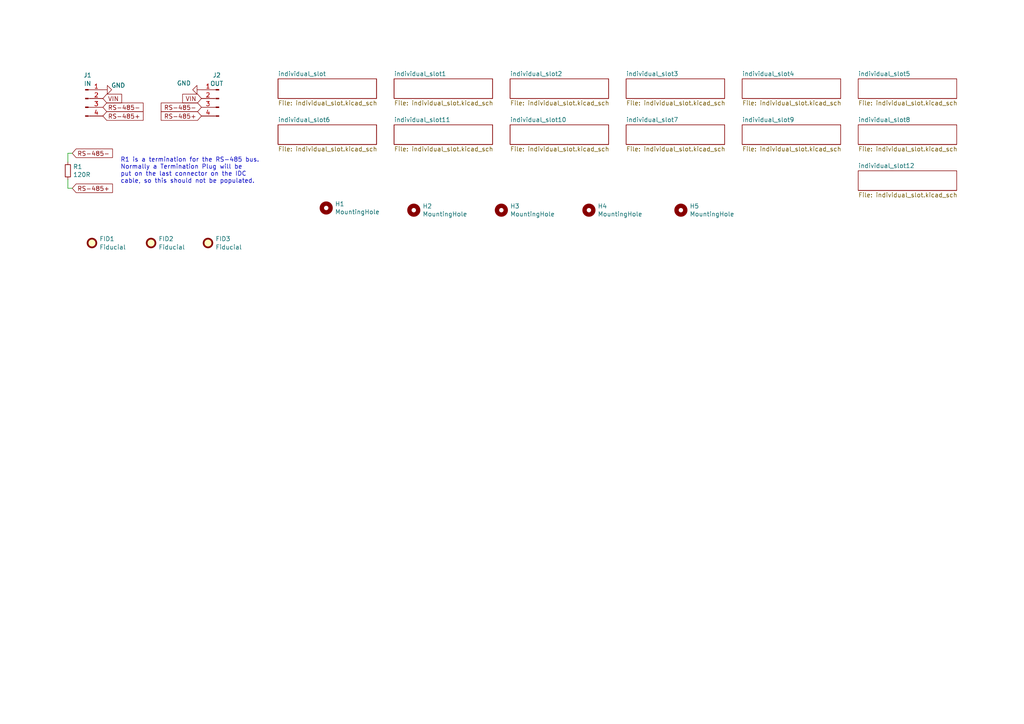
<source format=kicad_sch>
(kicad_sch (version 20230121) (generator eeschema)
  (paper "A4")
  (lib_symbols
    (symbol "Connector:Conn_01x04_Pin" (pin_names (offset 1.016) hide)
      (property "Reference" "J" (at 0 5.08 0))
      (property "Value" "Conn_01x04_Pin" (at 0 -7.62 0))
      (symbol "Conn_01x04_Pin_1_1"
        (polyline (pts (xy 1.27 -5.08) (xy 0.8636 -5.08)) (stroke (width 0.1524)))
        (polyline (pts (xy 1.27 -2.54) (xy 0.8636 -2.54)) (stroke (width 0.1524)))
        (polyline (pts (xy 1.27 0) (xy 0.8636 0)) (stroke (width 0.1524)))
        (polyline (pts (xy 1.27 2.54) (xy 0.8636 2.54)) (stroke (width 0.1524)))
        (rectangle (start 0.8636 -4.953) (end 0 -5.207) (stroke (width 0.1524)) (fill (type outline)))
        (rectangle (start 0.8636 -2.413) (end 0 -2.667) (stroke (width 0.1524)) (fill (type outline)))
        (rectangle (start 0.8636 0.127) (end 0 -0.127) (stroke (width 0.1524)) (fill (type outline)))
        (rectangle (start 0.8636 2.667) (end 0 2.413) (stroke (width 0.1524)) (fill (type outline)))
        (pin passive line (at 5.08 2.54 180) (length 3.81) (name "Pin_1") (number "1"))
        (pin passive line (at 5.08 0 180) (length 3.81) (name "Pin_2") (number "2"))
        (pin passive line (at 5.08 -2.54 180) (length 3.81) (name "Pin_3") (number "3"))
        (pin passive line (at 5.08 -5.08 180) (length 3.81) (name "Pin_4") (number "4"))
      )
    )
    (symbol "Device:R_Small" (pin_numbers hide) (pin_names (offset 0.254) hide)
      (property "Reference" "R" (at 0.762 0.508 0))
      (property "Value" "R_Small" (at 0.762 -1.016 0))
      (symbol "R_Small_0_1"
        (rectangle (start -0.762 1.778) (end 0.762 -1.778) (stroke (width 0.2032)))
      )
      (symbol "R_Small_1_1"
        (pin passive line (at 0 2.54 270) (length 0.762) (name "~") (number "1"))
        (pin passive line (at 0 -2.54 90) (length 0.762) (name "~") (number "2"))
      )
    )
    (symbol "Mechanical:Fiducial"
      (property "Reference" "FID" (at 0 5.08 0))
      (property "Value" "Fiducial" (at 0 3.175 0))
      (symbol "Fiducial_0_1"
        (circle (center 0 0) (radius 1.27) (stroke (width 0.508)) (fill (type background)))
      )
    )
    (symbol "Mechanical:MountingHole" (pin_names (offset 1.016))
      (property "Reference" "H" (at 0 5.08 0))
      (property "Value" "MountingHole" (at 0 3.175 0))
      (symbol "MountingHole_0_1"
        (circle (center 0 0) (radius 1.27) (stroke (width 1.27)))
      )
    )
    (symbol "power:GND" (power) (pin_names (offset 0))
      (property "Value" "GND" (at 0 -3.81 0))
      (symbol "GND_0_1"
        (polyline (pts (xy 0 0) (xy 0 -1.27) (xy 1.27 -1.27) (xy 0 -2.54) (xy -1.27 -1.27) (xy 0 -1.27)))
      )
      (symbol "GND_1_1"
        (pin power_in line (at 0 0 270) (length 0) hide (name "GND") (number "1"))
      )
    )
  )
  (wire (pts (xy 19.685 54.61) (xy 20.955 54.61)))
  (wire (pts (xy 19.685 52.07) (xy 19.685 54.61)))
  (wire (pts (xy 20.955 44.45) (xy 19.685 44.45)))
  (wire (pts (xy 19.685 44.45) (xy 19.685 46.99)))
  (text "R1 is a termination for the RS-485 bus.\nNormally a Termination Plug will be \nput on the last connector on the IDC\ncable, so this should not be populated." (at 34.925 53.34 0) (effects (font (size 1.27 1.27)) (justify left bottom)))
  (global_label "RS-485-" (shape input) (at 20.955 44.45 0) (property "Intersheetrefs" "${INTERSHEET_REFS}" (effects hide)))
  (global_label "RS-485-" (shape input) (at 58.42 31.115 180) (property "Intersheetrefs" "${INTERSHEET_REFS}" (effects hide)))
  (global_label "RS-485+" (shape input) (at 58.42 33.655 180) (property "Intersheetrefs" "${INTERSHEET_REFS}" (effects hide)))
  (global_label "VIN" (shape input) (at 29.845 28.575 0) (property "Intersheetrefs" "${INTERSHEET_REFS}" (effects hide)))
  (global_label "VIN" (shape input) (at 58.42 28.575 180) (property "Intersheetrefs" "${INTERSHEET_REFS}" (effects hide)))
  (global_label "RS-485+" (shape input) (at 20.955 54.61 0) (property "Intersheetrefs" "${INTERSHEET_REFS}" (effects hide)))
  (global_label "RS-485+" (shape input) (at 29.845 33.655 0) (property "Intersheetrefs" "${INTERSHEET_REFS}" (effects hide)))
  (global_label "RS-485-" (shape input) (at 29.845 31.115 0) (property "Intersheetrefs" "${INTERSHEET_REFS}" (effects hide)))
  (symbol (lib_id "Mechanical:MountingHole") (at 94.615 60.325 0) (unit 1)
    (property "Reference" "H1" (at 97.155 59.1566 0) (effects (justify left)))
    (property "Value" "MountingHole" (at 97.155 61.468 0) (effects (justify left)))
    (property "Footprint" "MountingHole:MountingHole_3.2mm_M3" (effects hide))
  )
  (symbol (lib_id "Device:R_Small") (at 19.685 49.53 0) (unit 1)
    (property "Reference" "R1" (at 21.1836 48.3616 0) (effects (justify left)))
    (property "Value" "120R" (at 21.1836 50.673 0) (effects (justify left)))
    (property "Footprint" "Resistor_SMD:R_0805_2012Metric" (effects hide))
    (property "JLCPCB" "C17437" (effects hide))
    (property "LCSC" "C61683" (effects hide))
    (property "Digikey" "RMCF0805JT120RCT-ND" (effects hide))
    (property "Mouser" "652-CR0805FX-1200ELF" (effects hide))
  )
  (symbol (lib_id "power:GND") (at 58.42 26.035 270) (unit 1)
    (property "Reference" "#PWR02" (effects hide))
    (property "Value" "GND" (at 53.34 24.13 90))
  )
  (symbol (lib_id "power:GND") (at 29.845 26.035 90) (unit 1)
    (property "Reference" "#PWR01" (effects hide))
    (property "Value" "GND" (at 34.29 24.765 90))
  )
  (symbol (lib_id "Connector:Conn_01x04_Pin") (at 24.765 28.575 0) (unit 1)
    (property "Reference" "J1" (at 25.4 21.8145 0))
    (property "Value" "IN" (at 25.4 24.2387 0))
    (property "Footprint" "Connector_JST:JST_PH_B4B-PH-SM4-TB_1x04-1MP_P2.00mm_Vertical" (effects hide))
  )
  (symbol (lib_id "Mechanical:MountingHole") (at 145.415 60.96 0) (unit 1)
    (property "Reference" "H3" (at 147.955 59.7916 0) (effects (justify left)))
    (property "Value" "MountingHole" (at 147.955 62.103 0) (effects (justify left)))
    (property "Footprint" "MountingHole:MountingHole_3.2mm_M3" (effects hide))
  )
  (symbol (lib_id "Mechanical:MountingHole") (at 197.485 60.96 0) (unit 1)
    (property "Reference" "H5" (at 200.025 59.7916 0) (effects (justify left)))
    (property "Value" "MountingHole" (at 200.025 62.103 0) (effects (justify left)))
    (property "Footprint" "MountingHole:MountingHole_3.2mm_M3" (effects hide))
  )
  (symbol (lib_id "Mechanical:Fiducial") (at 43.815 70.485 0) (unit 1)
    (property "Reference" "FID2" (at 45.974 69.2729 0) (effects (justify left)))
    (property "Value" "Fiducial" (at 45.974 71.6971 0) (effects (justify left)))
    (property "Footprint" "Fiducial:Fiducial_1mm_Mask2mm" (effects hide))
  )
  (symbol (lib_id "Mechanical:Fiducial") (at 26.67 70.485 0) (unit 1)
    (property "Reference" "FID1" (at 28.829 69.2729 0) (effects (justify left)))
    (property "Value" "Fiducial" (at 28.829 71.6971 0) (effects (justify left)))
    (property "Footprint" "Fiducial:Fiducial_1mm_Mask2mm" (effects hide))
  )
  (symbol (lib_id "Connector:Conn_01x04_Pin") (at 63.5 28.575 0) (mirror y) (unit 1)
    (property "Reference" "J2" (at 62.865 21.8145 0))
    (property "Value" "OUT" (at 62.865 24.2387 0))
    (property "Footprint" "Connector_JST:JST_PH_B4B-PH-SM4-TB_1x04-1MP_P2.00mm_Vertical" (effects hide))
  )
  (symbol (lib_id "Mechanical:MountingHole") (at 170.815 60.96 0) (unit 1)
    (property "Reference" "H4" (at 173.355 59.7916 0) (effects (justify left)))
    (property "Value" "MountingHole" (at 173.355 62.103 0) (effects (justify left)))
    (property "Footprint" "MountingHole:MountingHole_3.2mm_M3" (effects hide))
  )
  (symbol (lib_id "Mechanical:Fiducial") (at 60.325 70.485 0) (unit 1)
    (property "Reference" "FID3" (at 62.484 69.2729 0) (effects (justify left)))
    (property "Value" "Fiducial" (at 62.484 71.6971 0) (effects (justify left)))
    (property "Footprint" "Fiducial:Fiducial_1mm_Mask2mm" (effects hide))
  )
  (symbol (lib_id "Mechanical:MountingHole") (at 120.015 60.96 0) (unit 1)
    (property "Reference" "H2" (at 122.555 59.7916 0) (effects (justify left)))
    (property "Value" "MountingHole" (at 122.555 62.103 0) (effects (justify left)))
    (property "Footprint" "MountingHole:MountingHole_3.2mm_M3" (effects hide))
  )
  (sheet (at 181.61 36.195) (size 28.575 5.715) (stroke (width 0.1524))
    (property "Sheetname" "individual_slot7" (at 181.61 35.4834 0) (effects (justify left bottom)))
    (property "Sheetfile" "individual_slot.kicad_sch" (at 181.61 42.4946 0) (effects (justify left top)))
  )
  (sheet (at 248.92 49.53) (size 28.575 5.715) (stroke (width 0.1524))
    (property "Sheetname" "individual_slot12" (at 248.92 48.8184 0) (effects (justify left bottom)))
    (property "Sheetfile" "individual_slot.kicad_sch" (at 248.92 55.8296 0) (effects (justify left top)))
  )
  (sheet (at 147.955 22.86) (size 28.575 5.715) (stroke (width 0.1524))
    (property "Sheetname" "individual_slot2" (at 147.955 22.1484 0) (effects (justify left bottom)))
    (property "Sheetfile" "individual_slot.kicad_sch" (at 147.955 29.1596 0) (effects (justify left top)))
  )
  (sheet (at 215.265 36.195) (size 28.575 5.715) (stroke (width 0.1524))
    (property "Sheetname" "individual_slot9" (at 215.265 35.4834 0) (effects (justify left bottom)))
    (property "Sheetfile" "individual_slot.kicad_sch" (at 215.265 42.4946 0) (effects (justify left top)))
  )
  (sheet (at 80.645 22.86) (size 28.575 5.715) (stroke (width 0.1524))
    (property "Sheetname" "individual_slot" (at 80.645 22.1484 0) (effects (justify left bottom)))
    (property "Sheetfile" "individual_slot.kicad_sch" (at 80.645 29.1596 0) (effects (justify left top)))
  )
  (sheet (at 181.61 22.86) (size 28.575 5.715) (stroke (width 0.1524))
    (property "Sheetname" "individual_slot3" (at 181.61 22.1484 0) (effects (justify left bottom)))
    (property "Sheetfile" "individual_slot.kicad_sch" (at 181.61 29.1596 0) (effects (justify left top)))
  )
  (sheet (at 248.92 22.86) (size 28.575 5.715) (stroke (width 0.1524))
    (property "Sheetname" "individual_slot5" (at 248.92 22.1484 0) (effects (justify left bottom)))
    (property "Sheetfile" "individual_slot.kicad_sch" (at 248.92 29.1596 0) (effects (justify left top)))
  )
  (sheet (at 215.265 22.86) (size 28.575 5.715) (stroke (width 0.1524))
    (property "Sheetname" "individual_slot4" (at 215.265 22.1484 0) (effects (justify left bottom)))
    (property "Sheetfile" "individual_slot.kicad_sch" (at 215.265 29.1596 0) (effects (justify left top)))
  )
  (sheet (at 248.92 36.195) (size 28.575 5.715) (stroke (width 0.1524))
    (property "Sheetname" "individual_slot8" (at 248.92 35.4834 0) (effects (justify left bottom)))
    (property "Sheetfile" "individual_slot.kicad_sch" (at 248.92 42.4946 0) (effects (justify left top)))
  )
  (sheet (at 80.645 36.195) (size 28.575 5.715) (stroke (width 0.1524))
    (property "Sheetname" "individual_slot6" (at 80.645 35.4834 0) (effects (justify left bottom)))
    (property "Sheetfile" "individual_slot.kicad_sch" (at 80.645 42.4946 0) (effects (justify left top)))
  )
  (sheet (at 114.3 36.195) (size 28.575 5.715) (stroke (width 0.1524))
    (property "Sheetname" "individual_slot11" (at 114.3 35.4834 0) (effects (justify left bottom)))
    (property "Sheetfile" "individual_slot.kicad_sch" (at 114.3 42.4946 0) (effects (justify left top)))
  )
  (sheet (at 147.955 36.195) (size 28.575 5.715) (stroke (width 0.1524))
    (property "Sheetname" "individual_slot10" (at 147.955 35.4834 0) (effects (justify left bottom)))
    (property "Sheetfile" "individual_slot.kicad_sch" (at 147.955 42.4946 0) (effects (justify left top)))
  )
  (sheet (at 114.3 22.86) (size 28.575 5.715) (stroke (width 0.1524))
    (property "Sheetname" "individual_slot1" (at 114.3 22.1484 0) (effects (justify left bottom)))
    (property "Sheetfile" "individual_slot.kicad_sch" (at 114.3 29.1596 0) (effects (justify left top)))
  )
)
</source>
